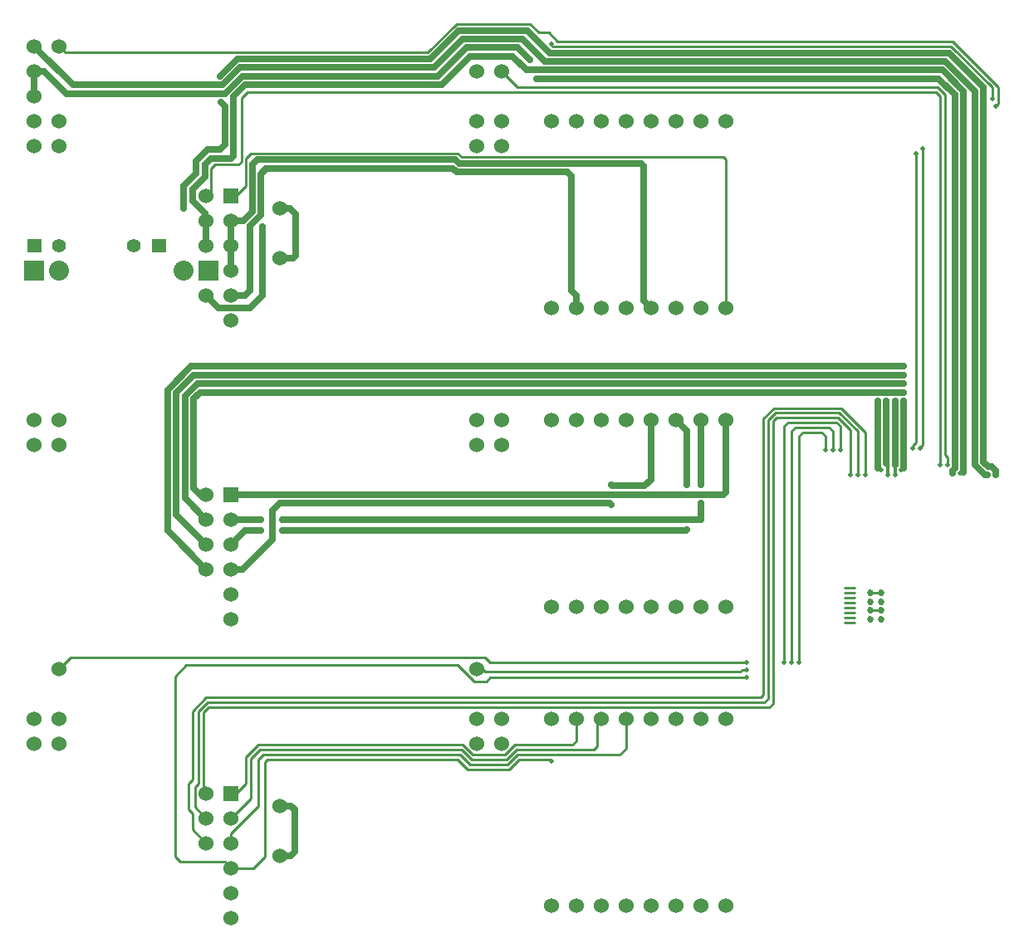
<source format=gbr>
G04 start of page 2 for group 0 idx 0 *
G04 Title: (unknown), P1_W1 *
G04 Creator: pcb 4.2.0 *
G04 CreationDate: Mon Sep 28 02:31:23 2020 UTC *
G04 For: commonadmin *
G04 Format: Gerber/RS-274X *
G04 PCB-Dimensions (mil): 6000.00 7000.00 *
G04 PCB-Coordinate-Origin: lower left *
%MOIN*%
%FSLAX25Y25*%
%LNTOP*%
%ADD23C,0.0300*%
%ADD22C,0.0500*%
%ADD21C,0.0130*%
%ADD20C,0.0380*%
%ADD19C,0.0270*%
%ADD18C,0.0800*%
%ADD17C,0.0550*%
%ADD16C,0.0001*%
%ADD15C,0.0200*%
%ADD14C,0.0600*%
%ADD13C,0.0250*%
%ADD12C,0.0140*%
%ADD11C,0.0100*%
G54D11*X169000Y60000D02*Y64000D01*
X180000Y75000D01*
Y93500D01*
X182000Y95500D01*
X153500Y85500D02*X152000Y84000D01*
Y73500D01*
X153500Y72000D01*
Y65500D01*
X159000Y60000D01*
X153500Y85500D02*Y113000D01*
X159000Y118500D01*
X182000Y95500D02*X261000D01*
X265000Y91500D01*
X280000D01*
X284000Y95500D01*
X325000D01*
X327500Y98000D01*
X159000Y118500D02*X381500D01*
X382500Y119500D01*
X327500Y98000D02*Y110000D01*
X382500Y119500D02*Y230500D01*
X386750Y234750D01*
X413750D01*
X423500Y225000D01*
Y208000D01*
X415300Y148600D02*X419300D01*
X430000Y153500D02*X425500D01*
G54D12*X461500Y208500D02*X462500D01*
X463000Y209000D01*
G54D13*Y362000D02*Y209000D01*
X334500Y278000D02*X337500Y275000D01*
X333500Y333000D02*X334500Y332000D01*
Y278000D02*Y332000D01*
X90000Y370000D02*Y360000D01*
X179500Y334500D02*X259000D01*
X169000Y310000D02*Y290000D01*
Y310000D02*X174000D01*
X177500Y313500D01*
Y332500D01*
X179500Y334500D01*
X174500Y364500D02*X170000Y360000D01*
Y336000D01*
X169000Y335000D02*X161000D01*
X158500Y332500D01*
Y327500D01*
X153500Y322500D01*
Y318000D01*
X158500Y313000D01*
X159000Y310000D02*Y300000D01*
X259000Y334500D02*X260500Y333000D01*
X265000Y376000D02*X253500Y364500D01*
X260500Y333000D02*X333500D01*
X463000Y362000D02*X454500Y370500D01*
X287500D01*
X282000Y376000D01*
X265000D01*
X253500Y364500D02*X174500D01*
X170000Y336000D02*X169000Y335000D01*
X158500Y313000D02*Y310500D01*
X159000Y310000D01*
X459500Y360500D02*X453000Y367000D01*
X291500D01*
X289000Y374500D02*X284000Y379500D01*
X263500D01*
X252000Y368000D01*
X173500D01*
X166500Y361000D01*
X103000D01*
X94000Y370000D01*
X90000D01*
X459500Y360500D02*Y210600D01*
G54D11*X169000Y50000D02*X178000D01*
X182500Y54500D01*
Y92500D01*
X183500Y93500D01*
X260000D01*
X264000Y89500D01*
X280500D01*
X284500Y93500D01*
X297000D01*
X297500Y93000D01*
X415300Y150600D02*X419300D01*
G54D13*X458499Y208500D02*Y209599D01*
X459500Y210600D01*
X305500Y282000D02*X307500Y280000D01*
Y275000D01*
X305500Y328000D02*Y282000D01*
X471000Y363500D02*X457250Y377250D01*
X296750D01*
X181750Y329750D02*X183000Y331000D01*
X258000D01*
X259500Y329500D01*
X249000Y375000D02*X171500D01*
X164500Y368000D01*
X166500Y356000D02*Y340500D01*
X164500Y338500D01*
G54D12*X165500Y357000D02*X164500Y358000D01*
G54D13*X166500Y356000D02*X165000Y357500D01*
X304000Y329500D02*X305500Y328000D01*
X259500Y329500D02*X304000D01*
X296750Y377250D02*X287750Y386250D01*
X260250D01*
X249000Y375000D01*
X176500Y308000D02*X180750Y312250D01*
Y328750D01*
X181500Y329500D01*
X164500Y338500D02*X159500D01*
X155000Y334000D01*
Y329000D01*
X150000Y324000D01*
Y315000D01*
X176500Y282000D02*Y308000D01*
X181500Y307500D02*Y280000D01*
X169000D02*X174500D01*
X176500Y282000D01*
X181500Y280000D02*X176500Y275000D01*
X164000D01*
X159000Y280000D01*
G54D11*X169000Y70000D02*X177000Y78000D01*
Y94000D01*
X156000Y84000D02*X154500Y82500D01*
Y74500D01*
X159000Y70000D01*
X177000Y94000D02*X180500Y97500D01*
X156000Y84000D02*Y113000D01*
X159500Y116500D01*
X180500Y97500D02*X261500D01*
X283500D02*X314500D01*
X316000Y99000D01*
X261500Y97500D02*X265500Y93500D01*
X279500D01*
X283500Y97500D01*
X316000Y99000D02*Y108500D01*
X317500Y110000D01*
X159500Y116500D02*X383000D01*
X384500Y118000D01*
G54D13*X476000Y208000D02*Y209500D01*
X474250Y211250D01*
X472750D01*
G54D11*X384500Y230000D02*X387500Y233000D01*
X413000D01*
X420500Y225500D01*
Y208000D01*
G54D13*X472750Y211250D02*X471000Y213000D01*
Y363500D02*Y213000D01*
G54D11*X384500Y118000D02*Y230000D01*
X415300Y152600D02*X419300D01*
X169000Y80000D02*X171000D01*
X158000Y81000D02*X159000Y80000D01*
X160000Y114500D02*X158000Y112500D01*
Y81000D01*
X171000Y80000D02*X175000Y84000D01*
Y94500D01*
X180000Y99500D01*
X262000D01*
X385000Y114500D02*X160000D01*
X262000Y99500D02*X266000Y95500D01*
X279000D01*
X283000Y99500D01*
X306000D01*
X307500Y101000D01*
Y110000D01*
G54D13*X467500Y212000D02*X471500Y208000D01*
X472500D01*
G54D11*X386500Y229500D02*Y116000D01*
X385000Y114500D01*
X415300Y154600D02*X419300D01*
G54D13*X467500Y362000D02*X455500Y374000D01*
X295000D01*
X467500Y212000D02*Y362000D01*
G54D11*X417500Y208000D02*Y226000D01*
X412500Y231000D01*
X388000D01*
X386500Y229500D01*
G54D13*X295000Y374000D02*X286000Y383000D01*
X262000D01*
X250500Y371500D01*
X172500D01*
X165500Y364500D01*
X105500D01*
X90000Y380000D01*
G54D11*X413500Y218000D02*Y227500D01*
G54D13*X337500Y206000D02*Y230000D01*
G54D11*X413500Y227500D02*X412000Y229000D01*
X391000Y227500D02*X392500Y229000D01*
X412000D01*
X391000Y227500D02*Y132500D01*
X415300Y156600D02*X419300D01*
G54D13*X335000Y203500D02*X337500Y206000D01*
X322000Y203500D02*X335000D01*
X321500Y204000D02*X322000Y203500D01*
G54D11*X446500Y220000D02*Y339000D01*
G54D12*X438000Y210000D02*X438500D01*
X439000Y210500D01*
G54D13*Y221000D02*Y210500D01*
Y220500D02*Y237500D01*
G54D11*X300000Y382000D02*X296500Y385500D01*
X292500D01*
X289000Y389000D01*
X259500D01*
X248000Y377500D01*
X102500D01*
X458500Y382000D02*X300000D01*
X102500Y377500D02*X100000Y380000D01*
X458500Y382000D02*X477000Y363500D01*
Y357000D01*
X476000Y356000D01*
X100000Y130000D02*X100500D01*
X273000Y132500D02*X271000Y134500D01*
X104500D01*
X100000Y130000D01*
X273000Y132500D02*X376000D01*
G54D13*X188500Y196500D02*X321000D01*
X321500Y196000D01*
G54D11*X445500Y218500D02*Y219000D01*
X446500Y220000D01*
G54D13*X185500Y193500D02*X188500Y196500D01*
X185500Y182000D02*Y193500D01*
X173500Y170000D02*X169000D01*
X185500Y182000D02*X173500Y170000D01*
X159000D02*X143500Y185500D01*
Y242000D01*
X153000Y251500D01*
X439000D01*
G54D11*X410500Y218000D02*Y225500D01*
X409000Y227000D01*
X394000Y225500D02*X395500Y227000D01*
X409000D01*
X373500Y129000D02*X374000Y129500D01*
X376000D01*
X415300Y158600D02*X419300D01*
X444000Y221000D02*Y337000D01*
G54D12*X430000Y210000D02*X429000D01*
X428500Y210500D01*
G54D13*Y221000D02*Y210500D01*
Y220500D02*Y237500D01*
G54D11*X458000Y380000D02*X298000D01*
X297500Y381000D02*Y380500D01*
X298000Y380000D01*
X474500Y359000D02*Y363500D01*
X458000Y380000D02*X474500Y363500D01*
X270000Y130000D02*X271000Y129000D01*
X268000Y130500D02*X267500Y130000D01*
X270000D01*
G54D13*X169000Y200000D02*X366500D01*
X159000D02*X156500D01*
X154000Y202500D01*
Y238500D01*
X156500Y241000D01*
X439000D01*
G54D11*X271000Y129000D02*X373500D01*
X394000Y225500D02*Y132500D01*
G54D13*X367500Y201000D02*Y230000D01*
X366500Y200000D02*X367500Y201000D01*
G54D11*X442500Y218500D02*Y219500D01*
X444000Y221000D01*
X456500Y212000D02*Y215000D01*
X455500Y216000D01*
X415300Y160600D02*X419300D01*
G54D12*X432500Y212000D02*Y208000D01*
G54D11*X455500Y360500D02*X452500Y363500D01*
X284000D01*
X277500Y370000D01*
X455500Y360500D02*Y216000D01*
G54D13*X357500Y204000D02*Y230000D01*
X155500Y244500D02*X439000D01*
X432000Y212500D02*Y237500D01*
X357500Y190000D02*Y196500D01*
X189500Y190000D02*X357500D01*
X169000D02*X181000D01*
X159000D02*X150500Y198500D01*
Y239500D01*
X155500Y244500D01*
G54D11*X366500Y335500D02*X367500Y334500D01*
Y275000D02*Y334500D01*
X261500Y335500D02*X366500D01*
G54D13*X192500Y315000D02*X195000Y312500D01*
Y296000D01*
X194000Y295000D01*
X188500D01*
G54D11*X452000Y361500D02*X453500Y360000D01*
X452000Y361500D02*X175500D01*
X159000Y320000D02*X161000Y322000D01*
Y331000D01*
X162500Y332500D01*
X169000Y320000D02*X171000D01*
X173250Y359250D02*X175500Y361500D01*
X173250Y359250D02*Y333750D01*
X172000Y332500D01*
X162500D01*
X177000Y337000D02*X260000D01*
X261500Y335500D01*
X171000Y320000D02*X175000Y324000D01*
Y335000D01*
X177000Y337000D01*
X151000Y131500D02*X146500Y127000D01*
Y54500D02*X148500Y52500D01*
X166500D01*
X169000Y50000D01*
G54D13*X194500Y56500D02*X193000Y55000D01*
X188500D01*
G54D11*X453500Y212000D02*Y360000D01*
X407500Y218000D02*Y223500D01*
X406000Y225000D01*
X397000Y223500D02*X398500Y225000D01*
X406000D01*
X273000Y126500D02*X376000D01*
X397000Y223500D02*Y132500D01*
G54D13*X352000Y225500D02*X347500Y230000D01*
X352000Y204000D02*Y225500D01*
G54D11*X415300Y162600D02*X419300D01*
X430000Y160500D02*X425500D01*
G54D13*X154000Y248000D02*X439000D01*
G54D12*X435500Y208000D02*Y212000D01*
G54D13*Y237500D01*
G54D11*X266500Y125000D02*X260000Y131500D01*
X266500Y125000D02*X271500D01*
X273000Y126500D01*
G54D13*X351500Y185500D02*X352000Y186000D01*
X189500Y185500D02*X351500D01*
G54D11*X260000Y131500D02*X151000D01*
X146500Y127000D02*Y54500D01*
G54D13*X147000Y192000D02*Y241000D01*
X188500Y315000D02*X192500D01*
X188500Y75000D02*X193000D01*
X194500Y73500D01*
Y56500D01*
X174500Y185500D02*X181000D01*
X169000Y180000D02*X174500Y185500D01*
X159000Y180000D02*X147000Y192000D01*
Y241000D02*X154000Y248000D01*
G54D14*X367500Y155000D03*
X307500Y230000D03*
X317500D03*
X327500D03*
X337500D03*
X347500D03*
X357500D03*
X367500D03*
G54D15*X458499Y208500D03*
X438000Y210000D03*
X461500Y208500D03*
X473000Y208000D03*
X476000D03*
X453500Y212000D03*
X456500D03*
X442500Y218500D03*
X445500D03*
X430000Y210000D03*
X432500Y208000D03*
X435500D03*
X417500D03*
X420500D03*
X423500D03*
X407500Y218000D03*
X410500D03*
X413500D03*
G54D14*X327500Y155000D03*
X337500D03*
X347500D03*
X357500D03*
X297500D03*
X307500D03*
X317500D03*
X267500Y110000D03*
X277500D03*
X267500Y100000D03*
X277500D03*
X337500Y110000D03*
X327500D03*
X317500D03*
X307500D03*
X297500D03*
X367500D03*
X357500D03*
X347500D03*
X367500Y35000D03*
X357500D03*
X347500D03*
X337500D03*
X327500D03*
X317500D03*
X307500D03*
X297500D03*
X100000Y230000D03*
Y220000D03*
X90000D03*
Y230000D03*
Y110000D03*
Y100000D03*
X100000D03*
Y110000D03*
G54D16*G36*
X166000Y83000D02*Y77000D01*
X172000D01*
Y83000D01*
X166000D01*
G37*
G54D14*X169000Y70000D03*
Y60000D03*
Y50000D03*
Y40000D03*
Y30000D03*
X188500Y75000D03*
Y55000D03*
G54D16*G36*
X166000Y203000D02*Y197000D01*
X172000D01*
Y203000D01*
X166000D01*
G37*
G54D14*X169000Y190000D03*
Y180000D03*
Y170000D03*
Y160000D03*
Y150000D03*
G54D16*G36*
X166000Y323000D02*Y317000D01*
X172000D01*
Y323000D01*
X166000D01*
G37*
G54D14*X188500Y315000D03*
X169000Y310000D03*
Y300000D03*
X188500Y295000D03*
X169000Y290000D03*
G54D16*G36*
X156000Y294000D02*Y286000D01*
X164000D01*
Y294000D01*
X156000D01*
G37*
G54D14*X169000Y280000D03*
Y270000D03*
X90000Y350000D03*
Y340000D03*
X100000D03*
Y350000D03*
G54D16*G36*
X87250Y302750D02*Y297250D01*
X92750D01*
Y302750D01*
X87250D01*
G37*
G54D17*X130000Y300000D03*
G54D18*X100000Y290000D03*
G54D17*Y300000D03*
G54D16*G36*
X86000Y294000D02*Y286000D01*
X94000D01*
Y294000D01*
X86000D01*
G37*
G54D18*X150000Y290000D03*
G54D16*G36*
X137250Y302750D02*Y297250D01*
X142750D01*
Y302750D01*
X137250D01*
G37*
G54D14*X297500Y230000D03*
X277500D03*
Y220000D03*
X267500D03*
Y230000D03*
Y350000D03*
Y340000D03*
X277500D03*
Y350000D03*
X297500D03*
Y275000D03*
X367500D03*
Y350000D03*
X357500Y275000D03*
X347500D03*
X337500D03*
X327500D03*
X317500D03*
X307500D03*
X357500Y350000D03*
X347500D03*
X337500D03*
X327500D03*
X317500D03*
X307500D03*
X159000Y280000D03*
Y200000D03*
Y190000D03*
Y180000D03*
Y170000D03*
Y80000D03*
Y70000D03*
Y60000D03*
X100000Y130000D03*
X159000Y300000D03*
G54D15*X189500Y185500D03*
X181000D03*
X189500Y190000D03*
X181000D03*
G54D14*X159000Y320000D03*
Y310000D03*
G54D15*X164500Y368000D03*
Y358000D03*
G54D14*X277500Y370000D03*
G54D15*X291500Y367000D03*
X289000Y374500D03*
G54D14*X267500Y370000D03*
X100000Y380000D03*
X90000Y370000D03*
Y380000D03*
Y360000D03*
G54D15*X150000Y315000D03*
X181500Y307500D03*
X297500Y381000D03*
X321500Y196000D03*
X297500Y93000D03*
X321500Y204000D03*
X352000D03*
Y186000D03*
X357500Y204000D03*
Y196500D03*
G54D14*X267500Y130000D03*
G54D15*X444000Y337000D03*
X474500Y359000D03*
X446500Y339000D03*
X476000Y356000D03*
X376000Y132500D03*
X391000D03*
X394000D03*
X397000D03*
X376000Y126500D03*
Y129500D03*
G54D19*X425500Y153500D03*
Y150000D03*
X430000Y157000D03*
Y160500D03*
Y150000D03*
Y153500D03*
X425500Y157000D03*
Y160500D03*
G54D15*X439000Y237500D03*
X435500D03*
X432000D03*
X428500D03*
Y241000D03*
X432000Y244500D03*
X435500Y248000D03*
X439000Y251500D03*
G54D20*G54D11*G54D20*G54D11*G54D20*G54D11*G54D20*G54D11*G54D20*G54D11*G54D21*G54D11*G54D20*G54D11*G54D20*G54D22*G54D20*G54D23*G54D22*G54D23*G54D22*G54D23*G54D20*M02*

</source>
